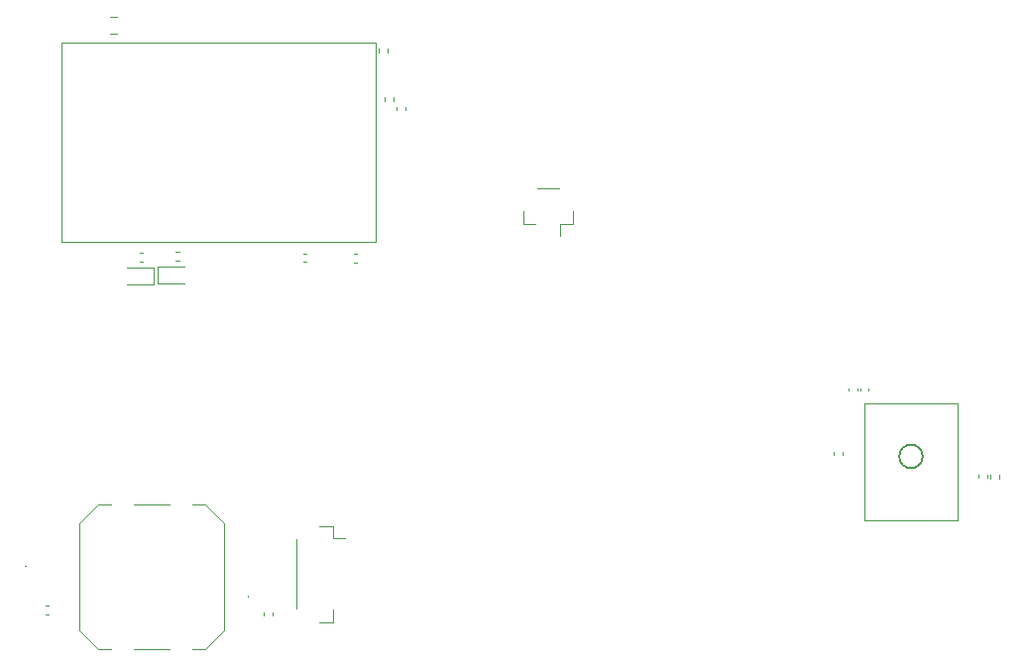
<source format=gbr>
%TF.GenerationSoftware,KiCad,Pcbnew,8.0.5*%
%TF.CreationDate,2025-02-13T07:49:46+01:00*%
%TF.ProjectId,flexpcb,666c6578-7063-4622-9e6b-696361645f70,rev?*%
%TF.SameCoordinates,Original*%
%TF.FileFunction,Legend,Bot*%
%TF.FilePolarity,Positive*%
%FSLAX46Y46*%
G04 Gerber Fmt 4.6, Leading zero omitted, Abs format (unit mm)*
G04 Created by KiCad (PCBNEW 8.0.5) date 2025-02-13 07:49:46*
%MOMM*%
%LPD*%
G01*
G04 APERTURE LIST*
%ADD10C,0.120000*%
%ADD11C,0.100000*%
%ADD12C,0.150000*%
G04 APERTURE END LIST*
D10*
%TO.C,R8*%
X156198200Y-105181841D02*
X156198200Y-104874559D01*
X156958200Y-105181841D02*
X156958200Y-104874559D01*
%TO.C,C4*%
X146098200Y-97500364D02*
X146098200Y-97716036D01*
X146818200Y-97500364D02*
X146818200Y-97716036D01*
%TO.C,C5*%
X143858200Y-103214035D02*
X143858200Y-102982365D01*
X144578200Y-103214035D02*
X144578200Y-102982365D01*
%TO.C,R5*%
X87903641Y-85870000D02*
X87596359Y-85870000D01*
X87903641Y-86630000D02*
X87596359Y-86630000D01*
%TO.C,PA1010D1*%
D11*
X154418200Y-108828200D02*
X146418200Y-108828200D01*
X146418200Y-98828200D01*
X154418200Y-98828200D01*
X154418200Y-108828200D01*
D12*
X151418200Y-103328200D02*
G75*
G02*
X149418200Y-103328200I-1000000J0D01*
G01*
X149418200Y-103328200D02*
G75*
G02*
X151418200Y-103328200I1000000J0D01*
G01*
D10*
%TO.C,U2*%
X117300000Y-83515000D02*
X117300000Y-82365000D01*
X118350000Y-83515000D02*
X117300000Y-83515000D01*
X118470000Y-80395000D02*
X120350000Y-80395000D01*
X120470000Y-83515000D02*
X121520000Y-83515000D01*
X120470000Y-84505000D02*
X120470000Y-83515000D01*
X121520000Y-83515000D02*
X121520000Y-82365000D01*
%TO.C,C1*%
X82048748Y-65745000D02*
X82571252Y-65745000D01*
X82048748Y-67215000D02*
X82571252Y-67215000D01*
%TO.C,R2*%
X106500000Y-73446359D02*
X106500000Y-73753641D01*
X107260000Y-73446359D02*
X107260000Y-73753641D01*
%TO.C,C7*%
X76727836Y-116080000D02*
X76512164Y-116080000D01*
X76727836Y-116800000D02*
X76512164Y-116800000D01*
%TO.C,U1*%
X97935000Y-116310000D02*
X97935000Y-110430000D01*
X101055000Y-109260000D02*
X99905000Y-109260000D01*
X101055000Y-110310000D02*
X101055000Y-109260000D01*
X101055000Y-116430000D02*
X101055000Y-117480000D01*
X101055000Y-117480000D02*
X99905000Y-117480000D01*
X102045000Y-110310000D02*
X101055000Y-110310000D01*
%TO.C,R7*%
X157218200Y-105191841D02*
X157218200Y-104884559D01*
X157978200Y-105191841D02*
X157978200Y-104884559D01*
%TO.C,D2*%
X86097500Y-87105000D02*
X86097500Y-88575000D01*
X86097500Y-88575000D02*
X88382500Y-88575000D01*
X88382500Y-87105000D02*
X86097500Y-87105000D01*
%TO.C,SW2*%
X79410000Y-109020000D02*
X79410000Y-118220000D01*
X79410000Y-118220000D02*
X80960000Y-119820000D01*
X80960000Y-107420000D02*
X79410000Y-109020000D01*
X80960000Y-107420000D02*
X82110000Y-107420000D01*
X80960000Y-119820000D02*
X82110000Y-119820000D01*
X84010000Y-107420000D02*
X87110000Y-107420000D01*
X84010000Y-119820000D02*
X87110000Y-119820000D01*
X90160000Y-107420000D02*
X89010000Y-107420000D01*
X90160000Y-107420000D02*
X91710000Y-109020000D01*
X90160000Y-119820000D02*
X89010000Y-119820000D01*
X91710000Y-109020000D02*
X91710000Y-118220000D01*
X91710000Y-118220000D02*
X90160000Y-119820000D01*
D11*
%TO.C,LED1*%
X93810000Y-115250000D02*
X93810000Y-115250000D01*
X93810000Y-115350000D02*
X93810000Y-115350000D01*
X93810000Y-115250000D02*
G75*
G02*
X93810000Y-115350000I0J-50000D01*
G01*
X93810000Y-115350000D02*
G75*
G02*
X93810000Y-115250000I0J50000D01*
G01*
D10*
%TO.C,D1*%
X83470000Y-88635000D02*
X85755000Y-88635000D01*
X85755000Y-87165000D02*
X83470000Y-87165000D01*
X85755000Y-88635000D02*
X85755000Y-87165000D01*
%TO.C,C3*%
X145128200Y-97490364D02*
X145128200Y-97706036D01*
X145848200Y-97490364D02*
X145848200Y-97706036D01*
%TO.C,R1*%
X105500000Y-72646359D02*
X105500000Y-72953641D01*
X106260000Y-72646359D02*
X106260000Y-72953641D01*
D11*
%TO.C,LED2*%
X74750000Y-112720000D02*
X74750000Y-112720000D01*
X74850000Y-112720000D02*
X74850000Y-112720000D01*
X74750000Y-112720000D02*
G75*
G02*
X74850000Y-112720000I50000J0D01*
G01*
X74850000Y-112720000D02*
G75*
G02*
X74750000Y-112720000I-50000J0D01*
G01*
D10*
%TO.C,C2*%
X98522164Y-85980000D02*
X98737836Y-85980000D01*
X98522164Y-86700000D02*
X98737836Y-86700000D01*
%TO.C,R6*%
X102806359Y-86020000D02*
X103113641Y-86020000D01*
X102806359Y-86780000D02*
X103113641Y-86780000D01*
%TO.C,Tarvos1*%
D11*
X77830000Y-84970000D02*
X104720000Y-84970000D01*
X104720000Y-68010000D01*
X77830000Y-68010000D01*
X77830000Y-84970000D01*
D10*
%TO.C,R4*%
X84516359Y-85950000D02*
X84823641Y-85950000D01*
X84516359Y-86710000D02*
X84823641Y-86710000D01*
%TO.C,R3*%
X104930000Y-68516359D02*
X104930000Y-68823641D01*
X105690000Y-68516359D02*
X105690000Y-68823641D01*
%TO.C,C6*%
X95150000Y-116907836D02*
X95150000Y-116692164D01*
X95870000Y-116907836D02*
X95870000Y-116692164D01*
%TD*%
M02*

</source>
